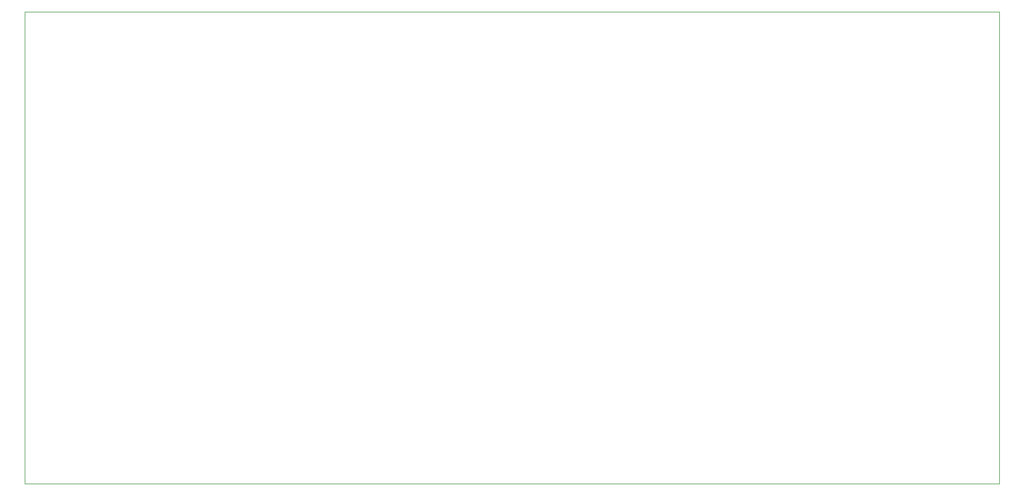
<source format=gbr>
%TF.GenerationSoftware,KiCad,Pcbnew,7.0.1*%
%TF.CreationDate,2024-04-01T21:03:34-06:00*%
%TF.ProjectId,Neural_Interface,4e657572-616c-45f4-996e-746572666163,1*%
%TF.SameCoordinates,Original*%
%TF.FileFunction,Profile,NP*%
%FSLAX46Y46*%
G04 Gerber Fmt 4.6, Leading zero omitted, Abs format (unit mm)*
G04 Created by KiCad (PCBNEW 7.0.1) date 2024-04-01 21:03:34*
%MOMM*%
%LPD*%
G01*
G04 APERTURE LIST*
%TA.AperFunction,Profile*%
%ADD10C,0.100000*%
%TD*%
G04 APERTURE END LIST*
D10*
X19640000Y-24725000D02*
X166490000Y-24725000D01*
X166490000Y-95850000D01*
X19640000Y-95850000D01*
X19640000Y-24725000D01*
M02*

</source>
